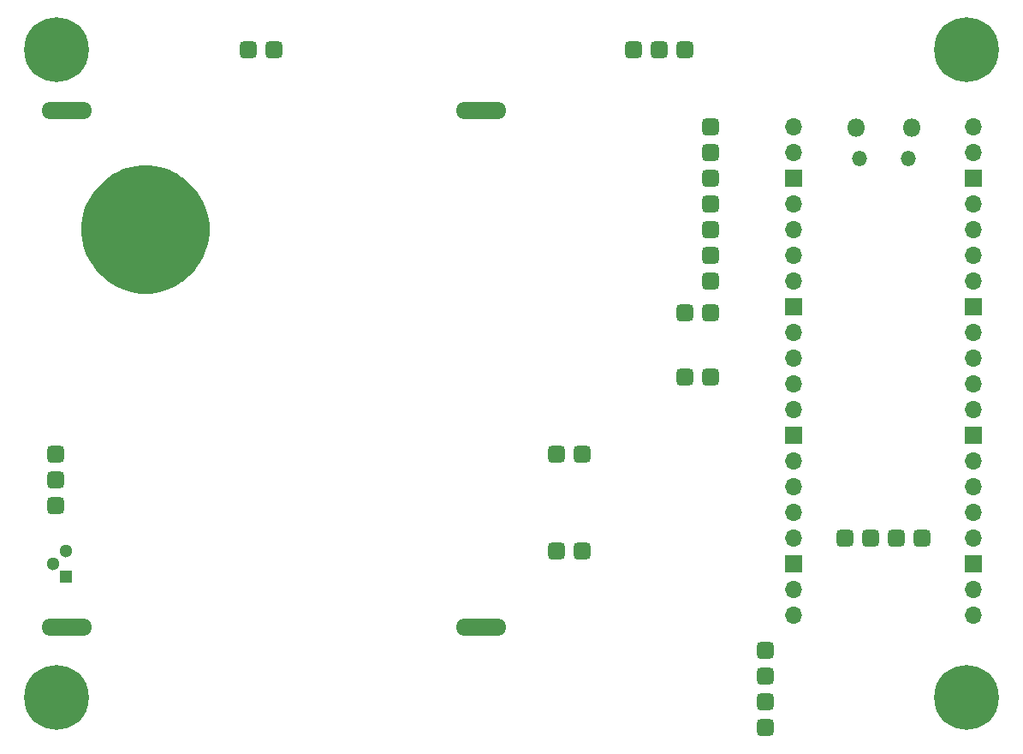
<source format=gbr>
%TF.GenerationSoftware,KiCad,Pcbnew,(6.0.0)*%
%TF.CreationDate,2022-04-27T01:12:06+05:30*%
%TF.ProjectId,Multislope 3I,4d756c74-6973-46c6-9f70-652033492e6b,rev?*%
%TF.SameCoordinates,Original*%
%TF.FileFunction,Soldermask,Bot*%
%TF.FilePolarity,Negative*%
%FSLAX46Y46*%
G04 Gerber Fmt 4.6, Leading zero omitted, Abs format (unit mm)*
G04 Created by KiCad (PCBNEW (6.0.0)) date 2022-04-27 01:12:06*
%MOMM*%
%LPD*%
G01*
G04 APERTURE LIST*
G04 Aperture macros list*
%AMRoundRect*
0 Rectangle with rounded corners*
0 $1 Rounding radius*
0 $2 $3 $4 $5 $6 $7 $8 $9 X,Y pos of 4 corners*
0 Add a 4 corners polygon primitive as box body*
4,1,4,$2,$3,$4,$5,$6,$7,$8,$9,$2,$3,0*
0 Add four circle primitives for the rounded corners*
1,1,$1+$1,$2,$3*
1,1,$1+$1,$4,$5*
1,1,$1+$1,$6,$7*
1,1,$1+$1,$8,$9*
0 Add four rect primitives between the rounded corners*
20,1,$1+$1,$2,$3,$4,$5,0*
20,1,$1+$1,$4,$5,$6,$7,0*
20,1,$1+$1,$6,$7,$8,$9,0*
20,1,$1+$1,$8,$9,$2,$3,0*%
G04 Aperture macros list end*
%ADD10RoundRect,0.425000X0.425000X-0.425000X0.425000X0.425000X-0.425000X0.425000X-0.425000X-0.425000X0*%
%ADD11C,0.800000*%
%ADD12C,6.400000*%
%ADD13RoundRect,0.425000X-0.425000X0.425000X-0.425000X-0.425000X0.425000X-0.425000X0.425000X0.425000X0*%
%ADD14O,5.000000X1.700000*%
%ADD15R,1.300000X1.300000*%
%ADD16C,1.300000*%
%ADD17O,1.500000X1.500000*%
%ADD18O,1.800000X1.800000*%
%ADD19O,1.700000X1.700000*%
%ADD20R,1.700000X1.700000*%
%ADD21RoundRect,0.425000X-0.425000X-0.425000X0.425000X-0.425000X0.425000X0.425000X-0.425000X0.425000X0*%
%ADD22C,1.200000*%
G04 APERTURE END LIST*
D10*
%TO.C,J3*%
X158115000Y-93980000D03*
X160655000Y-93980000D03*
%TD*%
D11*
%TO.C,H2*%
X94302944Y-133697056D03*
X96000000Y-129600000D03*
X96000000Y-134400000D03*
D12*
X96000000Y-132000000D03*
D11*
X97697056Y-130302944D03*
X97697056Y-133697056D03*
X93600000Y-132000000D03*
X98400000Y-132000000D03*
X94302944Y-130302944D03*
%TD*%
%TO.C,H4*%
X94302944Y-69697056D03*
X93600000Y-68000000D03*
X96000000Y-70400000D03*
X94302944Y-66302944D03*
D12*
X96000000Y-68000000D03*
D11*
X97697056Y-66302944D03*
X97697056Y-69697056D03*
X96000000Y-65600000D03*
X98400000Y-68000000D03*
%TD*%
%TO.C,H3*%
X184302944Y-66302944D03*
X187697056Y-66302944D03*
X187697056Y-69697056D03*
X184302944Y-69697056D03*
X186000000Y-65600000D03*
X186000000Y-70400000D03*
D12*
X186000000Y-68000000D03*
D11*
X188400000Y-68000000D03*
X183600000Y-68000000D03*
%TD*%
D13*
%TO.C,J12*%
X181610000Y-116205000D03*
X179070000Y-116205000D03*
X176530000Y-116205000D03*
X173990000Y-116205000D03*
%TD*%
D14*
%TO.C,J4*%
X97000000Y-125000000D03*
%TD*%
D10*
%TO.C,J14*%
X158115000Y-100330000D03*
X160655000Y-100330000D03*
%TD*%
%TO.C,J1*%
X145415000Y-107950000D03*
X147955000Y-107950000D03*
%TD*%
D15*
%TO.C,U17*%
X96880000Y-120015000D03*
D16*
X95610000Y-118745000D03*
X96880000Y-117475000D03*
%TD*%
D17*
%TO.C,U16*%
X180225000Y-78725000D03*
D18*
X180525000Y-75695000D03*
X175075000Y-75695000D03*
D17*
X175375000Y-78725000D03*
D19*
X168910000Y-75565000D03*
X168910000Y-78105000D03*
D20*
X168910000Y-80645000D03*
D19*
X168910000Y-83185000D03*
X168910000Y-85725000D03*
X168910000Y-88265000D03*
X168910000Y-90805000D03*
D20*
X168910000Y-93345000D03*
D19*
X168910000Y-95885000D03*
X168910000Y-98425000D03*
X168910000Y-100965000D03*
X168910000Y-103505000D03*
D20*
X168910000Y-106045000D03*
D19*
X168910000Y-108585000D03*
X168910000Y-111125000D03*
X168910000Y-113665000D03*
X168910000Y-116205000D03*
D20*
X168910000Y-118745000D03*
D19*
X168910000Y-121285000D03*
X168910000Y-123825000D03*
X186690000Y-123825000D03*
X186690000Y-121285000D03*
D20*
X186690000Y-118745000D03*
D19*
X186690000Y-116205000D03*
X186690000Y-113665000D03*
X186690000Y-111125000D03*
X186690000Y-108585000D03*
D20*
X186690000Y-106045000D03*
D19*
X186690000Y-103505000D03*
X186690000Y-100965000D03*
X186690000Y-98425000D03*
X186690000Y-95885000D03*
D20*
X186690000Y-93345000D03*
D19*
X186690000Y-90805000D03*
X186690000Y-88265000D03*
X186690000Y-85725000D03*
X186690000Y-83185000D03*
D20*
X186690000Y-80645000D03*
D19*
X186690000Y-78105000D03*
X186690000Y-75565000D03*
%TD*%
D21*
%TO.C,J11*%
X95885000Y-107950000D03*
X95885000Y-110490000D03*
X95885000Y-113030000D03*
%TD*%
D14*
%TO.C,J9*%
X138000000Y-74000000D03*
%TD*%
D21*
%TO.C,J2*%
X160655000Y-75565000D03*
X160655000Y-78105000D03*
X160655000Y-80645000D03*
X160655000Y-83185000D03*
X160655000Y-85725000D03*
X160655000Y-88265000D03*
X160655000Y-90805000D03*
%TD*%
D12*
%TO.C,H1*%
X186000000Y-132000000D03*
D11*
X187697056Y-133697056D03*
X184302944Y-133697056D03*
X186000000Y-129600000D03*
X187697056Y-130302944D03*
X183600000Y-132000000D03*
X186000000Y-134400000D03*
X188400000Y-132000000D03*
X184302944Y-130302944D03*
%TD*%
D14*
%TO.C,J5*%
X138000000Y-125000000D03*
%TD*%
D21*
%TO.C,J10*%
X166052500Y-127317500D03*
X166052500Y-129857500D03*
X166052500Y-132397500D03*
X166052500Y-134937500D03*
%TD*%
D13*
%TO.C,J8*%
X158115000Y-67945000D03*
X155575000Y-67945000D03*
X153035000Y-67945000D03*
%TD*%
D14*
%TO.C,J6*%
X97000000Y-74000000D03*
%TD*%
D13*
%TO.C,J7*%
X147955000Y-117475000D03*
X145415000Y-117475000D03*
%TD*%
%TO.C,J13*%
X117475000Y-67945000D03*
X114935000Y-67945000D03*
%TD*%
D22*
%TO.C,U2*%
X104775000Y-86995000D03*
X106045000Y-85725000D03*
X104775000Y-84455000D03*
X103505000Y-85725000D03*
%TD*%
G36*
X105251169Y-79393709D02*
G01*
X105261032Y-79394485D01*
X105729361Y-79449915D01*
X105739132Y-79451463D01*
X106201658Y-79543465D01*
X106211279Y-79545775D01*
X106665157Y-79673782D01*
X106674566Y-79676839D01*
X107117011Y-79840066D01*
X107126151Y-79843852D01*
X107554426Y-80041289D01*
X107563241Y-80045781D01*
X107974690Y-80276204D01*
X107983126Y-80281373D01*
X108375241Y-80543375D01*
X108383245Y-80549190D01*
X108753592Y-80841149D01*
X108761115Y-80847574D01*
X109109252Y-81169388D01*
X109112818Y-81172818D01*
X109327182Y-81387182D01*
X109330612Y-81390748D01*
X109652426Y-81738885D01*
X109658851Y-81746408D01*
X109950810Y-82116755D01*
X109956625Y-82124759D01*
X110218627Y-82516874D01*
X110223796Y-82525310D01*
X110454219Y-82936759D01*
X110458711Y-82945574D01*
X110656148Y-83373849D01*
X110659934Y-83382989D01*
X110823161Y-83825434D01*
X110826218Y-83834843D01*
X110954225Y-84288721D01*
X110956535Y-84298342D01*
X111048537Y-84760868D01*
X111050085Y-84770639D01*
X111105515Y-85238968D01*
X111106291Y-85248831D01*
X111124806Y-85720053D01*
X111124806Y-85729947D01*
X111106291Y-86201169D01*
X111105515Y-86211032D01*
X111050085Y-86679361D01*
X111048537Y-86689132D01*
X110956535Y-87151658D01*
X110954225Y-87161279D01*
X110826218Y-87615157D01*
X110823161Y-87624566D01*
X110659934Y-88067011D01*
X110656148Y-88076151D01*
X110458711Y-88504426D01*
X110454219Y-88513241D01*
X110223796Y-88924690D01*
X110218627Y-88933126D01*
X109956625Y-89325241D01*
X109950810Y-89333245D01*
X109658851Y-89703592D01*
X109652426Y-89711115D01*
X109330612Y-90059252D01*
X109327182Y-90062818D01*
X109112818Y-90277182D01*
X109109252Y-90280612D01*
X108761115Y-90602426D01*
X108753592Y-90608851D01*
X108383245Y-90900810D01*
X108375241Y-90906625D01*
X107983126Y-91168627D01*
X107974690Y-91173796D01*
X107563241Y-91404219D01*
X107554426Y-91408711D01*
X107126151Y-91606148D01*
X107117011Y-91609934D01*
X106674566Y-91773161D01*
X106665157Y-91776218D01*
X106211279Y-91904225D01*
X106201658Y-91906535D01*
X105739132Y-91998537D01*
X105729361Y-92000085D01*
X105261032Y-92055515D01*
X105251169Y-92056291D01*
X104779947Y-92074806D01*
X104770053Y-92074806D01*
X104298831Y-92056291D01*
X104288968Y-92055515D01*
X103820639Y-92000085D01*
X103810868Y-91998537D01*
X103348342Y-91906535D01*
X103338721Y-91904225D01*
X102884843Y-91776218D01*
X102875434Y-91773161D01*
X102432989Y-91609934D01*
X102423849Y-91606148D01*
X101995574Y-91408711D01*
X101986759Y-91404219D01*
X101575310Y-91173796D01*
X101566874Y-91168627D01*
X101174759Y-90906625D01*
X101166755Y-90900810D01*
X100796408Y-90608851D01*
X100788885Y-90602426D01*
X100440748Y-90280612D01*
X100437182Y-90277182D01*
X100222818Y-90062818D01*
X100219388Y-90059252D01*
X99897574Y-89711115D01*
X99891149Y-89703592D01*
X99599190Y-89333245D01*
X99593375Y-89325241D01*
X99331373Y-88933126D01*
X99326204Y-88924690D01*
X99095781Y-88513241D01*
X99091289Y-88504426D01*
X98893852Y-88076151D01*
X98890066Y-88067011D01*
X98726839Y-87624566D01*
X98723782Y-87615157D01*
X98595775Y-87161279D01*
X98593465Y-87151658D01*
X98501463Y-86689132D01*
X98499915Y-86679361D01*
X98444485Y-86211032D01*
X98443709Y-86201169D01*
X98425194Y-85729947D01*
X98425194Y-85720053D01*
X98443709Y-85248831D01*
X98444485Y-85238968D01*
X98499915Y-84770639D01*
X98501463Y-84760868D01*
X98593465Y-84298342D01*
X98595775Y-84288721D01*
X98723782Y-83834843D01*
X98726839Y-83825434D01*
X98890066Y-83382989D01*
X98893852Y-83373849D01*
X99091289Y-82945574D01*
X99095781Y-82936759D01*
X99326204Y-82525310D01*
X99331373Y-82516874D01*
X99593375Y-82124759D01*
X99599190Y-82116755D01*
X99891149Y-81746408D01*
X99897574Y-81738885D01*
X100219388Y-81390748D01*
X100222818Y-81387182D01*
X100437182Y-81172818D01*
X100440748Y-81169388D01*
X100788885Y-80847574D01*
X100796408Y-80841149D01*
X101166755Y-80549190D01*
X101174759Y-80543375D01*
X101566874Y-80281373D01*
X101575310Y-80276204D01*
X101986759Y-80045781D01*
X101995574Y-80041289D01*
X102423849Y-79843852D01*
X102432989Y-79840066D01*
X102875434Y-79676839D01*
X102884843Y-79673782D01*
X103338721Y-79545775D01*
X103348342Y-79543465D01*
X103810868Y-79451463D01*
X103820639Y-79449915D01*
X104288968Y-79394485D01*
X104298831Y-79393709D01*
X104770053Y-79375194D01*
X104779947Y-79375194D01*
X105251169Y-79393709D01*
G37*
M02*

</source>
